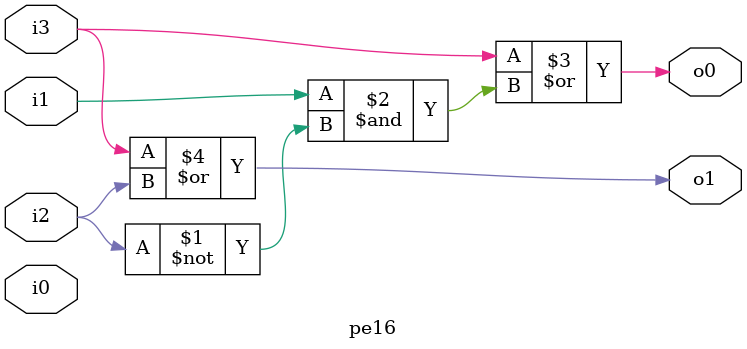
<source format=v>
module pe16 (i3,i2,i1,i0,o0,o1);

    input i3,i2,i1,i0;
    output o0,o1;

    assign o0 = (i3) | (i1&~i2);
    assign o1 = i3 | i2;

endmodule
</source>
